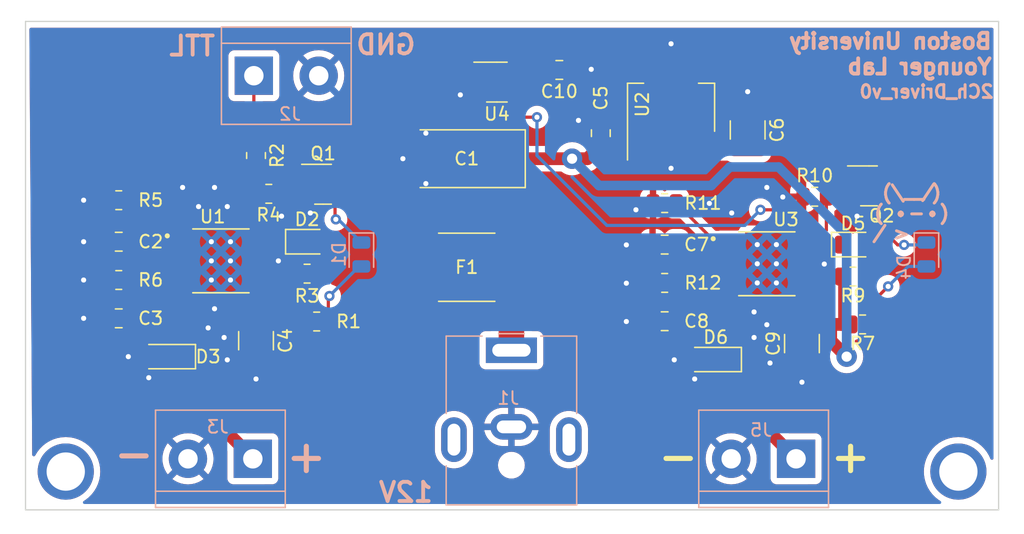
<source format=kicad_pcb>
(kicad_pcb (version 20221018) (generator pcbnew)
  (layers (0 "F.Cu" signal) (31 "B.Cu" signal) (34 "B.Paste" user) (35 "F.Paste" user) (36 "B.SilkS" user "B.Silkscreen") (37 "F.SilkS" user "F.Silkscreen") (38 "B.Mask" user) (39 "F.Mask" user) (44 "Edge.Cuts" user))
  (net 0 "")
  (net 1 "+12V")
  (net 2 "GND")
  (net 3 "/delay1")
  (net 4 "Net-(U1-BOOT)")
  (net 5 "+5V")
  (net 6 "/delay2")
  (net 7 "Net-(U3-BOOT)")
  (net 8 "Net-(D1-K)")
  (net 9 "Net-(D1-A)")
  (net 10 "/fault1")
  (net 11 "Net-(D2-A)")
  (net 12 "/out1")
  (net 13 "Net-(D4-K)")
  (net 14 "Net-(D4-A)")
  (net 15 "/fault2")
  (net 16 "Net-(D5-A)")
  (net 17 "/out2")
  (net 18 "/12V_IN")
  (net 19 "/in1")
  (net 20 "/in_term1")
  (net 21 "/in_term2")
  (net 22 "/duty1")
  (net 23 "/freq1")
  (net 24 "/duty2")
  (net 25 "/freq2")
  (footprint "MountingHole:MountingHole_2.2mm_M2_Pad" (layer "F.Cu") (at 182.25 115.25)
    (fp_text reference "H1" hide)
    (fp_text value "MountingHole")
    (pad "1" thru_hole circle (at 0 0) (size 4.4 4.4) (drill 3) (layers "*.Cu" "*.Mask"))
  )
  (footprint "Package_TO_SOT_SMD:SOT-223-3_TabPin2" (layer "F.Cu") (at 159.75 86.75 90)
    (fp_text reference "U2" (at 0.25 -2.25 90) (layer "F.SilkS"))
    (fp_text value "~")
    (pad "1" smd rect (at -3.15 -2.3 90) (size 2 1.5) (layers "F.Cu" "F.Paste" "F.Mask") (net 1 "+12V"))
    (pad "2" smd rect (at -3.15 0 90) (size 2 1.5) (layers "F.Cu" "F.Paste" "F.Mask") (net 2 "GND"))
    (pad "2" smd rect (at 3.15 0 90) (size 2 3.8) (layers "F.Cu" "F.Paste" "F.Mask") (net 2 "GND"))
    (pad "3" smd rect (at -3.15 2.3 90) (size 2 1.5) (layers "F.Cu" "F.Paste" "F.Mask") (net 5 "+5V"))
  )
  (footprint "Resistor_SMD:R_0805_2012Metric" (layer "F.Cu") (at 159.25 100.47675)
    (fp_text reference "R12" (at 3 0) (layer "F.SilkS"))
    (fp_text value "191k")
    (pad "1" smd roundrect (at -0.9125 0) (size 1.025 1.4) (layers "F.Cu" "F.Paste" "F.Mask") (roundrect_rratio 0.243902) (net 2 "GND"))
    (pad "2" smd roundrect (at 0.9125 0) (size 1.025 1.4) (layers "F.Cu" "F.Paste" "F.Mask") (roundrect_rratio 0.243902) (net 25 "/freq2"))
  )
  (footprint "Resistor_SMD:R_0805_2012Metric" (layer "F.Cu") (at 128.25 93.5 180)
    (fp_text reference "R4" (at 0 -1.65) (layer "F.SilkS"))
    (fp_text value "4k7")
    (pad "1" smd roundrect (at -0.9125 0 180) (size 1.025 1.4) (layers "F.Cu" "F.Paste" "F.Mask") (roundrect_rratio 0.243902) (net 2 "GND"))
    (pad "2" smd roundrect (at 0.9125 0 180) (size 1.025 1.4) (layers "F.Cu" "F.Paste" "F.Mask") (roundrect_rratio 0.243902) (net 20 "/in_term1"))
  )
  (footprint "Resistor_SMD:R_0805_2012Metric" (layer "F.Cu") (at 131.25 99.75)
    (fp_text reference "R3" (at 0 1.75) (layer "F.SilkS"))
    (fp_text value "4k7")
    (pad "1" smd roundrect (at -0.9125 0) (size 1.025 1.4) (layers "F.Cu" "F.Paste" "F.Mask") (roundrect_rratio 0.243902) (net 1 "+12V"))
    (pad "2" smd roundrect (at 0.9125 0) (size 1.025 1.4) (layers "F.Cu" "F.Paste" "F.Mask") (roundrect_rratio 0.243902) (net 11 "Net-(D2-A)"))
  )
  (footprint "Resistor_SMD:R_0805_2012Metric" (layer "F.Cu") (at 132 103.5)
    (fp_text reference "R1" (at 2.5 0) (layer "F.SilkS"))
    (fp_text value "1K")
    (pad "1" smd roundrect (at -0.9125 0) (size 1.025 1.4) (layers "F.Cu" "F.Paste" "F.Mask") (roundrect_rratio 0.243902) (net 1 "+12V"))
    (pad "2" smd roundrect (at 0.9125 0) (size 1.025 1.4) (layers "F.Cu" "F.Paste" "F.Mask") (roundrect_rratio 0.243902) (net 9 "Net-(D1-A)"))
  )
  (footprint "Solenoid_Driver:IC_TPS27S100BPWPR" (layer "F.Cu") (at 167.25 98.97675)
    (fp_text reference "U3" (at 1.5 -3.462) (layer "F.SilkS"))
    (fp_text value "DRV104PWP")
    (pad "1" smd rect (at -2.8 -1.95) (size 1.6 0.3) (layers "F.Cu" "F.Mask") (net 24 "/duty2"))
    (pad "2" smd rect (at -2.8 -1.3) (size 1.6 0.3) (layers "F.Cu" "F.Mask") (net 6 "/delay2"))
    (pad "3" smd rect (at -2.8 -0.65) (size 1.6 0.3) (layers "F.Cu" "F.Mask") (net 25 "/freq2"))
    (pad "4" smd rect (at -2.8 0) (size 1.6 0.3) (layers "F.Cu" "F.Mask"))
    (pad "5" smd rect (at -2.8 0.65) (size 1.6 0.3) (layers "F.Cu" "F.Mask") (net 7 "Net-(U3-BOOT)"))
    (pad "6" smd rect (at -2.8 1.3) (size 1.6 0.3) (layers "F.Cu" "F.Mask") (net 17 "/out2"))
    (pad "7" smd rect (at -2.8 1.95) (size 1.6 0.3) (layers "F.Cu" "F.Mask") (net 17 "/out2"))
    (pad "8" smd rect (at 2.8 1.95) (size 1.6 0.3) (layers "F.Cu" "F.Mask") (net 1 "+12V"))
    (pad "9" smd rect (at 2.8 1.3) (size 1.6 0.3) (layers "F.Cu" "F.Mask") (net 1 "+12V"))
    (pad "10" smd rect (at 2.8 0.65) (size 1.6 0.3) (layers "F.Cu" "F.Mask") (net 1 "+12V"))
    (pad "11" smd rect (at 2.8 0) (size 1.6 0.3) (layers "F.Cu" "F.Mask") (net 2 "GND"))
    (pad "12" smd rect (at 2.8 -0.65) (size 1.6 0.3) (layers "F.Cu" "F.Mask"))
    (pad "13" smd rect (at 2.8 -1.3) (size 1.6 0.3) (layers "F.Cu" "F.Mask") (net 15 "/fault2"))
    (pad "14" smd rect (at 2.8 -1.95) (size 1.6 0.3) (layers "F.Cu" "F.Mask") (net 21 "/in_term2"))
    (pad "15" smd rect (at 0 0) (size 3.4 5) (layers "F.Cu") (net 2 "GND"))
    (pad "16" thru_hole circle (at -0.75 -1.5) (size 0.8 0.8) (drill 0.4) (layers "*.Cu") (net 2 "GND"))
    (pad "17" thru_hole circle (at 0.75 -1.5) (size 0.8 0.8) (drill 0.4) (layers "*.Cu") (net 2 "GND"))
    (pad "18" thru_hole circle (at -0.75 0) (size 0.8 0.8) (drill 0.4) (layers "*.Cu" "*.Mask") (net 2 "GND"))
    (pad "19" thru_hole circle (at 0.75 0) (size 0.8 0.8) (drill 0.4) (layers "*.Cu" "*.Mask") (net 2 "GND"))
    (pad "20" thru_hole circle (at -0.75 1.5) (size 0.8 0.8) (drill 0.4) (layers "*.Cu") (net 2 "GND"))
    (pad "21" thru_hole circle (at 0.75 1.5) (size 0.8 0.8) (drill 0.4) (layers "*.Cu") (net 2 "GND"))
  )
  (footprint "LED_SMD:LED_0805_2012Metric" (layer "F.Cu") (at 131.25 97.25)
    (fp_text reference "D2" (at 0 -1.75) (layer "F.SilkS"))
    (fp_text value "LED")
    (pad "1" smd roundrect (at -0.9375 0) (size 0.975 1.4) (layers "F.Cu" "F.Paste" "F.Mask") (net 10 "/fault1"))
    (pad "2" smd roundrect (at 0.9375 0) (size 0.975 1.4) (layers "F.Cu" "F.Paste" "F.Mask") (net 11 "Net-(D2-A)"))
  )
  (footprint "Capacitor_SMD:C_0805_2012Metric" (layer "F.Cu") (at 159.25 103.47675)
    (fp_text reference "C8" (at 2.5 0) (layer "F.SilkS"))
    (fp_text value "470pF")
    (pad "1" smd roundrect (at -0.95 0) (size 1 1.45) (layers "F.Cu" "F.Paste" "F.Mask") (net 2 "GND"))
    (pad "2" smd roundrect (at 0.95 0) (size 1 1.45) (layers "F.Cu" "F.Paste" "F.Mask") (net 7 "Net-(U3-BOOT)"))
  )
  (footprint "Capacitor_SMD:C_1210_3225Metric" (layer "F.Cu") (at 165.75 88.5 -90)
    (fp_text reference "C6" (at 0 -2.3 90) (layer "F.SilkS"))
    (fp_text value "10uF")
    (pad "1" smd roundrect (at -1.475 0 270) (size 1.15 2.7) (layers "F.Cu" "F.Paste" "F.Mask") (roundrect_rratio 0.217391) (net 2 "GND"))
    (pad "2" smd roundrect (at 1.475 0 270) (size 1.15 2.7) (layers "F.Cu" "F.Paste" "F.Mask") (roundrect_rratio 0.217391) (net 5 "+5V"))
  )
  (footprint "Diode_SMD:Nexperia_CFP3_SOD-123W" (layer "F.Cu") (at 163 106.47675 180)
    (fp_text reference "D6" (at -0.25 1.75) (layer "F.SilkS"))
    (fp_text value "PMEG10010ELRX")
    (pad "1" smd rect (at -1.4 0 180) (size 1.2 1.2) (layers "F.Cu" "F.Paste" "F.Mask") (net 17 "/out2"))
    (pad "2" smd rect (at 1.4 0 180) (size 1.2 1.2) (layers "F.Cu" "F.Paste" "F.Mask") (net 2 "GND"))
  )
  (footprint "Resistor_SMD:R_0805_2012Metric" (layer "F.Cu") (at 174.75 103.72675)
    (fp_text reference "R7" (at 0 1.5) (layer "F.SilkS"))
    (fp_text value "1K")
    (pad "1" smd roundrect (at -0.9125 0) (size 1.025 1.4) (layers "F.Cu" "F.Paste" "F.Mask") (roundrect_rratio 0.243902) (net 1 "+12V"))
    (pad "2" smd roundrect (at 0.9125 0) (size 1.025 1.4) (layers "F.Cu" "F.Paste" "F.Mask") (roundrect_rratio 0.243902) (net 14 "Net-(D4-A)"))
  )
  (footprint "Diode_SMD:Nexperia_CFP3_SOD-123W" (layer "F.Cu") (at 120.25 106.25 180)
    (fp_text reference "D3" (at -3.25 0) (layer "F.SilkS"))
    (fp_text value "PMEG10010ELRX")
    (pad "1" smd rect (at -1.4 0 180) (size 1.2 1.2) (layers "F.Cu" "F.Paste" "F.Mask") (net 12 "/out1"))
    (pad "2" smd rect (at 1.4 0 180) (size 1.2 1.2) (layers "F.Cu" "F.Paste" "F.Mask") (net 2 "GND"))
  )
  (footprint "Capacitor_SMD:C_0805_2012Metric" (layer "F.Cu") (at 116.5 97.25)
    (fp_text reference "C2" (at 2.5 0) (layer "F.SilkS"))
    (fp_text value "0.18uF")
    (pad "1" smd roundrect (at -0.95 0) (size 1 1.45) (layers "F.Cu" "F.Paste" "F.Mask") (net 2 "GND"))
    (pad "2" smd roundrect (at 0.95 0) (size 1 1.45) (layers "F.Cu" "F.Paste" "F.Mask") (net 3 "/delay1"))
  )
  (footprint "Capacitor_Tantalum_SMD:CP_EIA-7343-43_Kemet-X_Pad2.25x2.55mm_HandSolder" (layer "F.Cu") (at 143.75 90.75 180)
    (fp_text reference "C1" (at 0 0) (layer "F.SilkS"))
    (fp_text value "47uF")
    (pad "1" smd roundrect (at -3.2 0 180) (size 2.25 2.55) (layers "F.Cu" "F.Paste" "F.Mask") (roundrect_rratio 0.111111) (net 1 "+12V"))
    (pad "2" smd roundrect (at 3.2 0 180) (size 2.25 2.55) (layers "F.Cu" "F.Paste" "F.Mask") (roundrect_rratio 0.111111) (net 2 "GND"))
  )
  (footprint "Resistor_SMD:R_0805_2012Metric" (layer "F.Cu") (at 127.25 90.5 -90)
    (fp_text reference "R2" (at 0 -1.65 90) (layer "F.SilkS"))
    (fp_text value "49R9")
    (pad "1" smd roundrect (at -0.9125 0 270) (size 1.025 1.4) (layers "F.Cu" "F.Paste" "F.Mask") (roundrect_rratio 0.243902) (net 19 "/in1"))
    (pad "2" smd roundrect (at 0.9125 0 270) (size 1.025 1.4) (layers "F.Cu" "F.Paste" "F.Mask") (roundrect_rratio 0.243902) (net 20 "/in_term1"))
  )
  (footprint "Resistor_SMD:R_0805_2012Metric" (layer "F.Cu") (at 174 99.97675)
    (fp_text reference "R9" (at 0 1.5) (layer "F.SilkS"))
    (fp_text value "4k7")
    (pad "1" smd roundrect (at -0.9125 0) (size 1.025 1.4) (layers "F.Cu" "F.Paste" "F.Mask") (roundrect_rratio 0.243902) (net 1 "+12V"))
    (pad "2" smd roundrect (at 0.9125 0) (size 1.025 1.4) (layers "F.Cu" "F.Paste" "F.Mask") (roundrect_rratio 0.243902) (net 16 "Net-(D5-A)"))
  )
  (footprint "Package_TO_SOT_SMD:SOT-23" (layer "F.Cu") (at 175.25 92.87675)
    (fp_text reference "Q2" (at 1 2.35) (layer "F.SilkS"))
    (fp_text value "2N7002E")
    (pad "1" smd roundrect (at -0.9375 -0.95) (size 1.475 0.6) (layers "F.Cu" "F.Paste" "F.Mask") (net 21 "/in_term2"))
    (pad "2" smd roundrect (at -0.9375 0.95) (size 1.475 0.6) (layers "F.Cu" "F.Paste" "F.Mask") (net 2 "GND"))
    (pad "3" smd roundrect (at 0.9375 0) (size 1.475 0.6) (layers "F.Cu" "F.Paste" "F.Mask") (net 13 "Net-(D4-K)"))
  )
  (footprint "Capacitor_SMD:C_1210_3225Metric" (layer "F.Cu") (at 170 105.22675 -90)
    (fp_text reference "C9" (at 0 2.25 90) (layer "F.SilkS"))
    (fp_text value "10uF")
    (pad "1" smd roundrect (at -1.475 0 270) (size 1.15 2.7) (layers "F.Cu" "F.Paste" "F.Mask") (roundrect_rratio 0.217391) (net 1 "+12V"))
    (pad "2" smd roundrect (at 1.475 0 270) (size 1.15 2.7) (layers "F.Cu" "F.Paste" "F.Mask") (roundrect_rratio 0.217391) (net 2 "GND"))
  )
  (footprint "Capacitor_SMD:C_0805_2012Metric" (layer "F.Cu") (at 154.25 88.75 -90)
    (fp_text reference "C5" (at -2.75 0 90) (layer "F.SilkS"))
    (fp_text value "0.1uF")
    (pad "1" smd roundrect (at -0.95 0 270) (size 1 1.45) (layers "F.Cu" "F.Paste" "F.Mask") (net 2 "GND"))
    (pad "2" smd roundrect (at 0.95 0 270) (size 1 1.45) (layers "F.Cu" "F.Paste" "F.Mask") (net 1 "+12V"))
  )
  (footprint "Resistor_SMD:R_0805_2012Metric" (layer "F.Cu") (at 171 93.72675)
    (fp_text reference "R10" (at 0 -1.65) (layer "F.SilkS"))
    (fp_text value "4k7")
    (pad "1" smd roundrect (at -0.9125 0) (size 1.025 1.4) (layers "F.Cu" "F.Paste" "F.Mask") (roundrect_rratio 0.243902) (net 2 "GND"))
    (pad "2" smd roundrect (at 0.9125 0) (size 1.025 1.4) (layers "F.Cu" "F.Paste" "F.Mask") (roundrect_rratio 0.243902) (net 21 "/in_term2"))
  )
  (footprint "Fuse:Fuse_2920_7451Metric" (layer "F.Cu") (at 143.75 99.25 180)
    (fp_text reference "F1" (at 0 0) (layer "F.SilkS"))
    (fp_text value "0ZCF0125FF2C")
    (pad "1" smd roundrect (at -3.3875 0 180) (size 1.925 5.45) (layers "F.Cu" "F.Paste" "F.Mask") (roundrect_rratio 0.12987) (net 18 "/12V_IN"))
    (pad "2" smd roundrect (at 3.3875 0 180) (size 1.925 5.45) (layers "F.Cu" "F.Paste" "F.Mask") (roundrect_rratio 0.12987) (net 1 "+12V"))
  )
  (footprint "Capacitor_SMD:C_0805_2012Metric" (layer "F.Cu") (at 116.5 103.25)
    (fp_text reference "C3" (at 2.5 0) (layer "F.SilkS"))
    (fp_text value "470pF")
    (pad "1" smd roundrect (at -0.95 0) (size 1 1.45) (layers "F.Cu" "F.Paste" "F.Mask") (net 2 "GND"))
    (pad "2" smd roundrect (at 0.95 0) (size 1 1.45) (layers "F.Cu" "F.Paste" "F.Mask") (net 4 "Net-(U1-BOOT)"))
  )
  (footprint "Package_TO_SOT_SMD:SOT-23" (layer "F.Cu") (at 132.5 92.75)
    (fp_text reference "Q1" (at 0 -2.4) (layer "F.SilkS"))
    (fp_text value "2N7002E")
    (pad "1" smd roundrect (at -0.9375 -0.95) (size 1.475 0.6) (layers "F.Cu" "F.Paste" "F.Mask") (net 20 "/in_term1"))
    (pad "2" smd roundrect (at -0.9375 0.95) (size 1.475 0.6) (layers "F.Cu" "F.Paste" "F.Mask") (net 2 "GND"))
    (pad "3" smd roundrect (at 0.9375 0) (size 1.475 0.6) (layers "F.Cu" "F.Paste" "F.Mask") (net 8 "Net-(D1-K)"))
  )
  (footprint "MountingHole:MountingHole_2.2mm_M2_Pad" (layer "F.Cu") (at 112.35 115.25)
    (fp_text reference "H2" hide)
    (fp_text value "MountingHole")
    (pad "1" thru_hole circle (at 0 0) (size 4.4 4.4) (drill 3) (layers "*.Cu" "*.Mask"))
  )
  (footprint "Capacitor_SMD:C_0805_2012Metric" (layer "F.Cu") (at 159.25 97.47675)
    (fp_text reference "C7" (at 2.5 0) (layer "F.SilkS"))
    (fp_text value "0.18uF")
    (pad "1" smd roundrect (at -0.95 0) (size 1 1.45) (layers "F.Cu" "F.Paste" "F.Mask") (net 2 "GND"))
    (pad "2" smd roundrect (at 0.95 0) (size 1 1.45) (layers "F.Cu" "F.Paste" "F.Mask") (net 6 "/delay2"))
  )
  (footprint "Package_TO_SOT_SMD:SOT-23-5" (layer "F.Cu") (at 146.1125 84.75)
    (fp_text reference "U4" (at 0 2.5) (layer "F.SilkS"))
    (fp_text value "~")
    (pad "1" smd roundrect (at -1.1375 -0.95) (size 1.325 0.6) (layers "F.Cu" "F.Paste" "F.Mask"))
    (pad "2" smd roundrect (at -1.1375 0) (size 1.325 0.6) (layers "F.Cu" "F.Paste" "F.Mask") (net 20 "/in_term1"))
    (pad "3" smd roundrect (at -1.1375 0.95) (size 1.325 0.6) (layers "F.Cu" "F.Paste" "F.Mask") (net 2 "GND"))
    (pad "4" smd roundrect (at 1.1375 0.95) (size 1.325 0.6) (layers "F.Cu" "F.Paste" "F.Mask") (net 21 "/in_term2"))
    (pad "5" smd roundrect (at 1.1375 -0.95) (size 1.325 0.6) (layers "F.Cu" "F.Paste" "F.Mask") (net 5 "+5V"))
  )
  (footprint "Solenoid_Driver:IC_TPS27S100BPWPR" (layer "F.Cu") (at 124.5 98.75)
    (fp_text reference "U1" (at -0.645 -3.462) (layer "F.SilkS"))
    (fp_text value "DRV104PWP")
    (pad "1" smd rect (at -2.8 -1.95) (size 1.6 0.3) (layers "F.Cu" "F.Mask") (net 22 "/duty1"))
    (pad "2" smd rect (at -2.8 -1.3) (size 1.6 0.3) (layers "F.Cu" "F.Mask") (net 3 "/delay1"))
    (pad "3" smd rect (at -2.8 -0.65) (size 1.6 0.3) (layers "F.Cu" "F.Mask") (net 23 "/freq1"))
    (pad "4" smd rect (at -2.8 0) (size 1.6 0.3) (layers "F.Cu" "F.Mask"))
    (pad "5" smd rect (at -2.8 0.65) (size 1.6 0.3) (layers "F.Cu" "F.Mask") (net 4 "Net-(U1-BOOT)"))
    (pad "6" smd rect (at -2.8 1.3) (size 1.6 0.3) (layers "F.Cu" "F.Mask") (net 12 "/out1"))
    (pad "7" smd rect (at -2.8 1.95) (size 1.6 0.3) (layers "F.Cu" "F.Mask") (net 12 "/out1"))
    (pad "8" smd rect (at 2.8 1.95) (size 1.6 0.3) (layers "F.Cu" "F.Mask") (net 1 "+12V"))
    (pad "9" smd rect (at 2.8 1.3) (size 1.6 0.3) (layers "F.Cu" "F.Mask") (net 1 "+12V"))
    (pad "10" smd rect (at 2.8 0.65) (size 1.6 0.3) (layers "F.Cu" "F.Mask") (net 1 "+12V"))
    (pad "11" smd rect (at 2.8 0) (size 1.6 0.3) (layers "F.Cu" "F.Mask") (net 2 "GND"))
    (pad "12" smd rect (at 2.8 -0.65) (size 1.6 0.3) (layers "F.Cu" "F.Mask"))
    (pad "13" smd rect (at 2.8 -1.3) (size 1.6 0.3) (layers "F.Cu" "F.Mask") (net 10 "/fault1"))
    (pad "14" smd rect (at 2.8 -1.95) (size 1.6 0.3) (layers "F.Cu" "F.Mask") (net 20 "/in_term1"))
    (pad "15" smd rect (at 0 0) (size 3.4 5) (layers "F.Cu") (net 2 "GND"))
    (pad "16" thru_hole circle (at -0.75 -1.5) (size 0.8 0.8) (drill 0.4) (layers "*.Cu") (net 2 "GND"))
    (pad "17" thru_hole circle (at 0.75 -1.5) (size 0.8 0.8) (drill 0.4) (layers "*.Cu") (net 2 "GND"))
    (pad "18" thru_hole circle (at -0.75 0) (size 0.8 0.8) (drill 0.4) (layers "*.Cu" "*.Mask") (net 2 "GND"))
    (pad "19" thru_hole circle (at 0.75 0) (size 0.8 0.8) (drill 0.4) (layers "*.Cu" "*.Mask") (net 2 "GND"))
    (pad "20" thru_hole circle (at -0.75 1.5) (size 0.8 0.8) (drill 0.4) (layers "*.Cu") (net 2 "GND"))
    (pad "21" thru_hole circle (at 0.75 1.5) (size 0.8 0.8) (drill 0.4) (layers "*.Cu") (net 2 "GND"))
  )
  (footprint "Resistor_SMD:R_0805_2012Metric" (layer "F.Cu") (at 159.25 94.22675)
    (fp_text reference "R11" (at 3 0) (layer "F.SilkS"))
    (fp_text value "162k")
    (pad "1" smd roundrect (at -0.9125 0) (size 1.025 1.4) (layers "F.Cu" "F.Paste" "F.Mask") (roundrect_rratio 0.243902) (net 2 "GND"))
    (pad "2" smd roundrect (at 0.9125 0) (size 1.025 1.4) (layers "F.Cu" "F.Paste" "F.Mask") (roundrect_rratio 0.243902) (net 24 "/duty2"))
  )
  (footprint "Resistor_SMD:R_0805_2012Metric" (layer "F.Cu") (at 116.5 100.25)
    (fp_text reference "R6" (at 2.5 0) (layer "F.SilkS"))
    (fp_text value "191k")
    (pad "1" smd roundrect (at -0.9125 0) (size 1.025 1.4) (layers "F.Cu" "F.Paste" "F.Mask") (roundrect_rratio 0.243902) (net 2 "GND"))
    (pad "2" smd roundrect (at 0.9125 0) (size 1.025 1.4) (layers "F.Cu" "F.Paste" "F.Mask") (roundrect_rratio 0.243902) (net 23 "/freq1"))
  )
  (footprint "Capacitor_SMD:C_0805_2012Metric" (layer "F.Cu") (at 151 83.8 180)
    (fp_text reference "C10" (at 0 -1.68) (layer "F.SilkS"))
    (fp_text value "0.1uF")
    (pad "1" smd roundrect (at -0.95 0 180) (size 1 1.45) (layers "F.Cu" "F.Paste" "F.Mask") (net 2 "GND"))
    (pad "2" smd roundrect (at 0.95 0 180) (size 1 1.45) (layers "F.Cu" "F.Paste" "F.Mask") (net 5 "+5V"))
  )
  (footprint "Resistor_SMD:R_0805_2012Metric" (layer "F.Cu") (at 116.5 94)
    (fp_text reference "R5" (at 2.5 0) (layer "F.SilkS"))
    (fp_text value "162k")
    (pad "1" smd roundrect (at -0.9125 0) (size 1.025 1.4) (layers "F.Cu" "F.Paste" "F.Mask") (roundrect_rratio 0.243902) (net 2 "GND"))
    (pad "2" smd roundrect (at 0.9125 0) (size 1.025 1.4) (layers "F.Cu" "F.Paste" "F.Mask") (roundrect_rratio 0.243902) (net 22 "/duty1"))
  )
  (footprint "Capacitor_SMD:C_1210_3225Metric" (layer "F.Cu") (at 127.25 105 -90)
    (fp_text reference "C4" (at 0 -2.3 90) (layer "F.SilkS"))
    (fp_text value "10uF")
    (pad "1" smd roundrect (at -1.475 0 270) (size 1.15 2.7) (layers "F.Cu" "F.Paste" "F.Mask") (roundrect_rratio 0.217391) (net 1 "+12V"))
    (pad "2" smd roundrect (at 1.475 0 270) (size 1.15 2.7) (layers "F.Cu" "F.Paste" "F.Mask") (roundrect_rratio 0.217391) (net 2 "GND"))
  )
  (footprint "LED_SMD:LED_0805_2012Metric" (layer "F.Cu") (at 174 97.47675)
    (fp_text reference "D5" (at 0 -1.65) (layer "F.SilkS"))
    (fp_text value "LED")
    (pad "1" smd roundrect (at -0.9375 0) (size 0.975 1.4) (layers "F.Cu" "F.Paste" "F.Mask") (net 15 "/fault2"))
    (pad "2" smd roundrect (at 0.9375 0) (size 0.975 1.4) (layers "F.Cu" "F.Paste" "F.Mask") (net 16 "Net-(D5-A)"))
  )
  (footprint "TerminalBlock:TerminalBlock_bornier-2_P5.08mm" (layer "B.Cu") (at 127 114.25 180)
    (fp_text reference "J3" (at 2.75 2.5) (layer "B.SilkS") (effects (justify mirror)))
    (fp_text value "Screw_Terminal_01x02")
    (pad "1" thru_hole rect (at 0 0 180) (size 3 3) (drill 1.52) (layers "*.Cu" "*.Mask") (net 12 "/out1"))
    (pad "2" thru_hole circle (at 5.08 0 180) (size 3 3) (drill 1.52) (layers "*.Cu" "*.Mask") (net 2 "GND"))
  )
  (footprint "TerminalBlock:TerminalBlock_bornier-2_P5.08mm" (layer "B.Cu") (at 127.08 84.25)
    (fp_text reference "J2" (at 2.83 3) (layer "B.SilkS") (effects (justify mirror)))
    (fp_text value "Screw_Terminal_01x02")
    (pad "1" thru_hole rect (at 0 0) (size 3 3) (drill 1.52) (layers "*.Cu" "*.Mask") (net 19 "/in1"))
    (pad "2" thru_hole circle (at 5.08 0) (size 3 3) (drill 1.52) (layers "*.Cu" "*.Mask") (net 2 "GND"))
  )
  (footprint "LED_SMD:LED_0805_2012Metric" (layer "B.Cu") (at 135.5 98.25 -90)
    (fp_text reference "D1" (at 0 1.75 90) (layer "B.SilkS") (effects (justify mirror)))
    (fp_text value "LED")
    (pad "1" smd roundrect (at -0.9375 0 270) (size 0.975 1.4) (layers "B.Cu" "B.Paste" "B.Mask") (net 8 "Net-(D1-K)"))
    (pad "2" smd roundrect (at 0.9375 0 270) (size 0.975 1.4) (layers "B.Cu" "B.Paste" "B.Mask") (net 9 "Net-(D1-A)"))
  )
  (footprint "TerminalBlock:TerminalBlock_bornier-2_P5.08mm" (layer "B.Cu") (at 169.54 114.25 180)
    (fp_text reference "J5" (at 2.75 2.25) (layer "B.SilkS") (effects (justify mirror)))
    (fp_text value "Screw_Terminal_01x02")
    (pad "1" thru_hole rect (at 0 0 180) (size 3 3) (drill 1.52) (layers "*.Cu" "*.Mask") (net 17 "/out2"))
    (pad "2" thru_hole circle (at 5.08 0 180) (size 3 3) (drill 1.52) (layers "*.Cu" "*.Mask") (net 2 "GND"))
  )
  (footprint "Connector_BarrelJack:BarrelJack_CUI_PJ-063AH_Horizontal" (layer "B.Cu") (at 147.25 105.75 180)
    (fp_text reference "J1" (at 0.25 -3.75) (layer "B.SilkS") (effects (justify mirror)))
    (fp_text value "Barrel_Jack")
    (pad "" np_thru_hole circle (at 0 -9 180) (size 1.6 1.6) (drill 1.6) (layers "*.Cu" "*.Mask"))
    (pad "1" thru_hole rect (at 0 0 180) (size 4 2) (drill oval 3 1) (layers "*.Cu" "*.Mask") (net 18 "/12V_IN"))
    (pad "2" thru_hole oval (at 0 -6 180) (size 3.3 2) (drill oval 2.3 1) (layers "*.Cu" "*.Mask") (net 2 "GND"))
    (pad "MP" thru_hole oval (at -4.5 -7 180) (size 2 3.5) (drill oval 1 2.5) (layers "*.Cu" "*.Mask"))
    (pad "MP" thru_hole oval (at 4.5 -7 180) (size 2 3.5) (drill oval 1 2.5) (layers "*.Cu" "*.Mask"))
  )
  (footprint "LED_SMD:LED_0805_2012Metric" (layer "B.Cu") (at 179.75 98.25 -90)
    (fp_text reference "D4" (at 1 1.75 90) (layer "B.SilkS") (effects (justify mirror)))
    (fp_text value "LED")
    (pad "1" smd roundrect (at -0.9375 0 270) (size 0.975 1.4) (layers "B.Cu" "B.Paste" "B.Mask") (net 13 "Net-(D4-K)"))
    (pad "2" smd roundrect (at 0.9375 0 270) (size 0.975 1.4) (layers "B.Cu" "B.Paste" "B.Mask") (net 14 "Net-(D4-A)"))
  )
  (gr_line (start 109.2 118.25) (end 185.4 118.25) (stroke (width 0.1)) (layer "Edge.Cuts"))
  (gr_line (start 185.4 80) (end 185.4 118.25) (stroke (width 0.1)) (layer "Edge.Cuts"))
  (gr_line (start 109.2 118.25) (end 109.2 80) (stroke (width 0.1)) (layer "Edge.Cuts"))
  (gr_line (start 109.2 80) (end 185.4 80) (stroke (width 0.1)) (layer "Edge.Cuts"))
  (gr_text "+" (at 133 115.5) (layer "B.SilkS") (effects (font (size 2.5 2.5) (thickness 0.4)) (justify left bottom mirror)))
  (gr_text "Younger Lab" (at 185 84.25) (layer "B.SilkS") (effects (font (size 1.2 1.2) (thickness 0.3) bold) (justify left bottom mirror)))
  (gr_text "2Ch_Driver_v0" (at 179.75 85.5) (layer "B.SilkS") (effects (font (size 1 1) (thickness 0.23) bold) (justify mirror)))
  (gr_text "-" (at 119.5 115.3) (layer "B.SilkS") (effects (font (size 2.5 2.5) (thickness 0.4)) (justify left bottom mirror)))
  (gr_text "TTL" (at 124.2 82.8) (layer "B.SilkS") (effects (font (size 1.5 1.5) (thickness 0.3) bold) (justify left bottom mirror)))
  (gr_text "Boston University" (at 185 82.25) (layer "B.SilkS") (effects (font (size 1.2 1.2) (thickness 0.3) bold) (justify left bottom mirror)))
  (gr_text "12V" (at 141.25 117.75) (layer "B.SilkS") (effects (font (size 1.5 1.5) (thickness 0.3) bold) (justify left bottom mirror)))
  (gr_text "     (\\__/)\n     (•-• )\n         < \\" (at 180.5 95) (layer "B.SilkS") (effects (font (size 1 1) (thickness 0.23)) (justify mirror)))
  (gr_text "GND" (at 139.9 82.7) (layer "B.SilkS") (effects (font (size 1.5 1.5) (thickness 0.3) bold) (justify left bottom mirror)))
  (gr_text "-" (at 158.5 115.5) (layer "F.SilkS") (effects (font (size 2.5 2.5) (thickness 0.4)) (justify left bottom)))
  (gr_text "+" (at 172 115.5) (layer "F.SilkS") (effects (font (size 2.5 2.5) (thickness 0.4)) (justify left bottom)))
  (segment (start 172.25 103.72675) (end 172.25 105) (width 1) (layer "F.Cu") (net 1))
  (segment (start 141.75 94.75) (end 146.25 94.75) (width 1) (layer "F.Cu") (net 1))
  (segment (start 173.8375 103.72675) (end 172.25 103.72675) (width 1) (layer "F.Cu") (net 1))
  (segment (start 127.325 103.5) (end 131.0875 103.5) (width 1) (layer "F.Cu") (net 1))
  (segment (start 146.95 94.05) (end 146.95 90.75) (width 1) (layer "F.Cu") (net 1))
  (segment (start 170.025 103.72675) (end 170 103.75175) (width 0.25) (layer "F.Cu") (net 1))
  (segment (start 172.25 103.72675) (end 170.025 103.72675) (width 1) (layer "F.Cu") (net 1))
  (segment (start 152 90.75) (end 153.2 90.75) (width 1) (layer "F.Cu") (net 1))
  (segment (start 173.8375 103.72675) (end 173.0875 103.72675) (width 1) (layer "F.Cu") (net 1))
  (segment (start 131.0875 105.8375) (end 131.0875 103.5) (width 1) (layer "F.Cu") (net 1))
  (segment (start 131.25 106) (end 131.0875 105.8375) (width 1) (layer "F.Cu") (net 1))
  (segment (start 127.3 103.475) (end 127.325 103.5) (width 0.25) (layer "F.Cu") (net 1))
  (segment (start 127.3 103.475) (end 127.3 99.5) (width 0.5) (layer "F.Cu") (net 1))
  (segment (start 157.25 89.7) (end 157.45 89.9) (width 1) (layer "F.Cu") (net 1))
  (segment (start 140.3625 99.25) (end 140.3625 96.1375) (width 1) (layer "F.Cu") (net 1))
  (segment (start 135.75 106) (end 131.25 106) (width 1) (layer "F.Cu") (net 1))
  (segment (start 170.025 103.72675) (end 170.05 103.70175) (width 0.25) (layer "F.Cu") (net 1))
  (segment (start 153.2 90.75) (end 154.25 89.7) (width 1) (layer "F.Cu") (net 1))
  (segment (start 146.95 90.75) (end 152 90.75) (width 1) (layer "F.Cu") (net 1))
  (segment (start 170.05 103.70175) (end 170.05 99.75) (width 0.5) (layer "F.Cu") (net 1))
  (segment (start 130.3375 99.75) (end 130.3375 103.5) (width 0.5) (layer "F.Cu") (net 1))
  (segment (start 140.3625 99.25) (end 140.3625 101.3875) (width 1) (layer "F.Cu") (net 1))
  (segment (start 127.25 103.525) (end 127.3 103.475) (width 0.25) (layer "F.Cu") (net 1))
  (segment (start 130.3375 103.5) (end 131.0875 103.5) (width 1) (layer "F.Cu") (net 1))
  (segment (start 140.3625 101.3875) (end 135.75 106) (width 1) (layer "F.Cu") (net 1))
  (segment (start 173.0875 103.72675) (end 173.0875 99.97675) (width 0.5) (layer "F.Cu") (net 1))
  (segment (start 140.3625 96.1375) (end 141.75 94.75) (width 1) (layer "F.Cu") (net 1))
  (segment (start 172.25 105) (end 173.5 106.25) (width 1) (layer "F.Cu") (net 1))
  (segment (start 154.25 89.7) (end 157.25 89.7) (width 1) (layer "F.Cu") (net 1))
  (segment (start 146.25 94.75) (end 146.95 94.05) (width 1) (layer "F.Cu") (net 1))
  (via (at 173.5 106.25) (size 1.6) (drill 0.8) (layers "F.Cu" "B.Cu") (net 1))
  (via (at 152 90.75) (size 1.6) (drill 0.8) (layers "F.Cu" "B.Cu") (net 1))
  (segment (start 173.5 96.722182) (end 173.5 106.25) (width 0.75) (layer "B.Cu") (net 1))
  (segment (start 168.177818 91.4) (end 173.5 96.722182) (width 0.75) (layer "B.Cu") (net 1))
  (segment (start 154.1 92.85) (end 162.9 92.85) (width 0.75) (layer "B.Cu") (net 1))
  (segment (start 162.9 92.85) (end 164.35 91.4) (width 0.75) (layer "B.Cu") (net 1))
  (segment (start 164.35 91.4) (end 168.177818 91.4) (width 0.75) (layer "B.Cu") (net 1))
  (segment (start 152 90.75) (end 154.1 92.85) (width 0.75) (layer "B.Cu") (net 1))
  (segment (start 156.27325 100.47675) (end 156.25 100.5) (width 0.25) (layer "F.Cu") (net 2))
  (segment (start 127.25 106.475) (end 125.025 106.475) (width 0.25) (layer "F.Cu") (net 2))
  (segment (start 115.5875 100.25) (end 113.75 100.25) (width 0.25) (layer "F.Cu") (net 2))
  (segment (start 156.27325 97.47675) (end 156.25 97.5) (width 0.25) (layer "F.Cu") (net 2))
  (segment (start 157 94.75) (end 157.52325 94.22675) (width 0.25) (layer "F.Cu") (net 2))
  (segment (start 151.95 83.8) (end 153.45 83.8) (width 0.25) (layer "F.Cu") (net 2))
  (segment (start 160.02325 106.47675) (end 161.6 106.47675) (width 0.25) (layer "F.Cu") (net 2))
  (segment (start 125.025 106.475) (end 125 106.5) (width 0.25) (layer "F.Cu") (net 2))
  (segment (start 140.55 90.75) (end 138.75 90.75) (width 0.25) (layer "F.Cu") (net 2))
  (segment (start 118.85 107.9) (end 118.85 106.25) (width 0.25) (layer "F.Cu") (net 2))
  (segment (start 157.52325 94.22675) (end 158.3375 94.22675) (width 0.25) (layer "F.Cu") (net 2))
  (segment (start 165.75 87.025) (end 165.75 85.5) (width 0.25) (layer "F.Cu") (net 2))
  (segment (start 131.5625 94.9375) (end 131.5 95) (width 0.25) (layer "F.Cu") (net 2))
  (segment (start 170 106.70175) (end 167.54825 106.70175) (width 0.25) (layer "F.Cu") (net 2))
  (segment (start 152.55 87.8) (end 152.5 87.75) (width 0.25) (layer "F.Cu") (net 2))
  (segment (start 127.3 98.75) (end 129 98.75) (width 0.25) (layer "F.Cu") (net 2))
  (segment (start 156.27325 103.47675) (end 156.25 103.5) (width 0.25) (layer "F.Cu") (net 2))
  (segment (start 174.3125 95.25) (end 174.3125 93.82675) (width 0.25) (layer "F.Cu") (net 2))
  (segment (start 158.3375 100.47675) (end 156.27325 100.47675) (width 0.25) (layer "F.Cu") (net 2))
  (segment (start 171.72675 98.97675) (end 171.75 99) (width 0.25) (layer "F.Cu") (net 2))
  (segment (start 115.5875 94) (end 113.75 94) (width 0.25) (layer "F.Cu") (net 2))
  (segment (start 159.75 83.6) (end 159.75 81.75) (width 0.25) (layer "F.Cu") (net 2))
  (segment (start 144.975 85.7) (end 143.3 85.7) (width 0.25) (layer "F.Cu") (net 2))
  (segment (start 170.05 98.97675) (end 171.72675 98.97675) (width 0.25) (layer "F.Cu") (net 2))
  (segment (start 159.75 89.9) (end 159.75 91.5) (width 0.25) (layer "F.Cu") (net 2))
  (segment (start 143.3 85.7) (end 143.25 85.75) (width 0.25) (layer "F.Cu") (net 2))
  (segment (start 118.85 106.25) (end 117.25 106.25) (width 0.25) (layer "F.Cu") (net 2))
  (segment (start 160 106.5) (end 160.02325 106.47675) (width 0.25) (layer "F.Cu") (net 2))
  (segment (start 158.3 103.47675) (end 156.27325 103.47675) (width 0.25) (layer "F.Cu") (net 2))
  (segment (start 131.5625 93.7) (end 131.5625 94.9375) (width 0.25) (layer "F.Cu") (net 2))
  (segment (start 168.52325 93.72675) (end 168.5 93.75) (width 0.25) (layer "F.Cu") (net 2))
  (segment (start 170.0875 93.72675) (end 168.52325 93.72675) (width 0.25) (layer "F.Cu") (net 2))
  (segment (start 154.25 87.8) (end 152.55 87.8) (width 0.25) (layer "F.Cu") (net 2))
  (segment (start 122 114.25) (end 121.65 113.9) (width 1) (layer "F.Cu") (net 2))
  (segment (start 140.55 92.7) (end 140.55 90.75) (width 0.25) (layer "F.Cu") (net 2))
  (segment (start 115.55 103.25) (end 113.75 103.25) (width 0.25) (layer "F.Cu") (net 2))
  (segment (start 115.55 97.25) (end 113.75 97.25) (width 0.25) (layer "F.Cu") (net 2))
  (segment (start 140.55 88.75) (end 140.55 90.75) (width 0.25) (layer "F.Cu") (net 2))
  (segment (start 161.6 108) (end 161.6 106.47675) (width 0.25) (layer "F.Cu") (net 2))
  (segment (start 167.54825 106.70175) (end 167.5 106.75) (width 0.25) (layer "F.Cu") (net 2))
  (segment (start 158.3 97.47675) (end 156.27325 97.47675) (width 0.25) (layer "F.Cu") (net 2))
  (segment (start 153.45 83.8) (end 153.5 83.75) (width 0.25) (layer "F.Cu") (net 2))
  (segment (start 170 106.70175) (end 170 108.25) (width 0.25) (layer "F.Cu") (net 2))
  (segment (start 129.1625 95.1625) (end 129.25 95.25) (width 0.25) (layer "F.Cu") (net 2))
  (segment (start 129.1625 93.5) (end 129.1625 95.1625) (width 0.25) (layer "F.Cu") (net 2))
  (segment (start 127.25 106.475) (end 127.25 108) (width 0.25) (layer "F.Cu") (net 2))
  (via (at 165.75 85.5) (size 0.8) (drill 0.4) (layers "F.Cu" "B.Cu") (net 2))
  (via (at 167.5 106.75) (size 0.8) (drill 0.4) (layers "F.Cu" "B.Cu") (net 2))
  (via (at 124 93) (size 0.8) (drill 0.4) (layers "F.Cu" "B.Cu") (net 2))
  (via (at 160 106.5) (size 0.8) (drill 0.4) (layers "F.Cu" "B.Cu") (net 2))
  (via (at 157 94.75) (size 0.8) (drill 0.4) (layers "F.Cu" "B.Cu") (net 2))
  (via (at 131.5 95) (size 0.8) (drill 0.4) (layers "F.Cu" "B.Cu") (net 2))
  (via (at 118.85 107.9) (size 0.8) (drill 0.4) (layers "F.Cu" "B.Cu") (net 2))
  (via (at 162.75 94.25) (size 0.8) (drill 0.4) (layers "F.Cu" "B.Cu") (net 2))
  (via (at 140.55 92.7) (size 0.8) (drill 0.4) (layers "F.Cu" "B.Cu") (net 2))
  (via (at 156.25 103.5) (size 0.8) (drill 0.4) (layers "F.Cu" "B.Cu") (net 2))
  (via (at 170 108.25) (size 0.8) (drill 0.4) (layers "F.Cu" "B.Cu") (net 2))
  (via (at 159.75 81.75) (size 0.8) (drill 0.4) (layers "F.Cu" "B.Cu") (net 2))
  (via (at 167.25 103.75) (size 0.8) (drill 0.4) (layers "F.Cu" "B.Cu") (net 2))
  (via (at 121.5 93) (size 0.8) (drill 0.4) (layers "F.Cu" "B.Cu") (net 2))
  (via (at 127.25 108) (size 0.8) (drill 0.4) (layers "F.Cu" "B.Cu") (net 2))
  (via (at 129 98.75) (size 0.8) (drill 0.4) (layers "F.Cu" "B.Cu") (net 2))
  (via (at 168.5 93.75) (size 0.8) (drill 0.4) (layers "F.Cu" "B.Cu") (net 2))
  (via (at 129.25 95.25) (size 0.8) (drill 0.4) (layers "F.Cu" "B.Cu") (net 2))
  (via (at 125 106.5) (size 0.8) (drill 0.4) (layers "F.Cu" "B.Cu") (net 2))
  (via (at 113.75 97.25) (size 0.8) (drill 0.4) (layers "F.Cu" "B.Cu") (net 2))
  (via (at 167.25 93) (size 0.8) (drill 0.4) (layers "F.Cu" "B.Cu") (net 2))
  (via (at 140.55 88.75) (size 0.8) (drill 0.4) (layers "F.Cu" "B.Cu") (net 2))
  (via (at 161.6 108) (size 0.8) (drill 0.4) (layers "F.Cu" "B.Cu") (net 2))
  (via (at 171.75 99) (size 0.8) (drill 0.4) (layers "F.Cu" "B.Cu") (net 2))
  (via (at 113.75 103.25) (size 0.8) (drill 0.4) (layers "F.Cu" "B.Cu") (net 2))
  (via (at 156.25 97.5) (size 0.8) (drill 0.4) (layers "F.Cu" "B.Cu") (net 2))
  (via (at 143.25 85.75) (size 0.8) (drill 0.4) (layers "F.Cu" "B.Cu") (net 2))
  (via (at 153.5 83.75) (size 0.8) (drill 0.4) (layers "F.Cu" "B.Cu") (net 2))
  (via (at 117.25 106.25) (size 0.8) (drill 0.4) (layers "F.Cu" "B.Cu") (net 2))
  (via (at 166.25 104.75) (size 0.8) (drill 0.4) (layers "F.Cu" "B.Cu") (net 2))
  (via (at 124 102.5) (size 0.8) (drill 0.4) (layers "F.Cu" "B.Cu") (net 2))
  (via (at 122.75 94.5) (size 0.8) (drill 0.4) (layers "F.Cu" "B.Cu") (net 2))
  (via (at 152.5 87.75) (size 0.8) (drill 0.4) (layers "F.Cu" "B.Cu") (net 2))
  (via (at 124.75 104.75) (size 0.8) (drill 0.4) (layers "F.Cu" "B.Cu") (net 2))
  (via (at 113.75 100.25) (size 0.8) (drill 0.4) (layers "F.Cu" "B.Cu") (net 2))
  (via (at 113.75 94) (size 0.8) (drill 0.4) (layers "F.Cu" "B.Cu") (net 2))
  (via (at 164.5 95) (size 0.8) (drill 0.4) (layers "F.Cu" "B.Cu") (net 2))
  (via (at 125 94.5) (size 0.8) (drill 0.4) (layers "F.Cu" "B.Cu") (net 2))
  (via (at 174.3125 95.25) (size 0.8) (drill 0.4) (layers "F.Cu" "B.Cu") (net 2))
  (via (at 159.75 91.5) (size 0.8) (drill 0.4) (layers "F.Cu" "B.Cu") (net 2))
  (via (at 123.5 104) (size 0.8) (drill 0.4) (layers "F.Cu" "B.Cu") (net 2))
  (via (at 138.75 90.75) (size 0.8) (drill 0.4) (layers "F.Cu" "B.Cu") (net 2))
  (via (at 166.25 102.75) (size 0.8) (drill 0.4) (layers "F.Cu" "B.Cu") (net 2))
  (via (at 156.25 100.5) (size 0.8) (drill 0.4) (layers "F.Cu" "B.Cu") (net 2))
  (segment (start 118.75 97.45) (end 121.7 97.45) (width 0.25) (layer "F.Cu") (net 3))
  (segment (start 117.45 97.25) (end 118.55 97.25) (width 0.25) (layer "F.Cu") (net 3))
  (segment (start 118.55 97.25) (end 118.75 97.45) (width 0.25) (layer "F.Cu") (net 3))
  (segment (start 118 103.25) (end 119.5 101.75) (width 0.25) (layer "F.Cu") (net 4))
  (segment (start 119.5 101.75) (end 119.5 99.75) (width 0.25) (layer "F.Cu") (net 4))
  (segment (start 117.45 103.25) (end 118 103.25) (width 0.25) (layer "F.Cu") (net 4))
  (segment (start 119.85 99.4) (end 121.7 99.4) (width 0.25) (layer "F.Cu") (net 4))
  (segment (start 119.5 99.75) (end 119.85 99.4) (width 0.25) (layer "F.Cu") (net 4))
  (segment (start 162.05 89.9) (end 165.575 89.9) (width 1) (layer "F.Cu") (net 5))
  (segment (start 151 86) (end 160.5 86) (width 1) (layer "F.Cu") (net 5))
  (segment (start 160.5 86) (end 162.05 87.55) (width 1) (layer "F.Cu") (net 5))
  (segment (start 150.05 83.8) (end 150.05 85.05) (width 0.5) (layer "F.Cu") (net 5))
  (segment (start 162.05 87.55) (end 162.05 89.9) (width 1) (layer "F.Cu") (net 5))
  (segment (start 147.25 83.8) (end 150.05 83.8) (width 0.5) (layer "F.Cu") (net 5))
  (segment (start 150.75 85.75) (end 151 86) (width 1) (layer "F.Cu") (net 5))
  (segment (start 165.575 89.9) (end 165.75 89.725) (width 0.25) (layer "F.Cu") (net 5))
  (segment (start 150.05 85.05) (end 150.75 85.75) (width 0.5) (layer "F.Cu") (net 5))
  (segment (start 161.67675 97.67675) (end 164.45 97.67675) (width 0.25) (layer "F.Cu") (net 6))
  (segment (start 161.47675 97.47675) (end 161.67675 97.67675) (width 0.25) (layer "F.Cu") (net 6))
  (segment (start 160.2 97.47675) (end 161.47675 97.47675) (width 0.25) (layer "F.Cu") (net 6))
  (segment (start 162.25 100.5) (end 163.12325 99.62675) (width 0.25) (layer "F.Cu") (net 7))
  (segment (start 163.12325 99.62675) (end 164.45 99.62675) (width 0.25) (layer "F.Cu") (net 7))
  (segment (start 160.2 103.47675) (end 162.25 101.42675) (width 0.25) (layer "F.Cu") (net 7))
  (segment (start 162.25 101.42675) (end 162.25 100.5) (width 0.25) (layer "F.Cu") (net 7))
  (segment (start 133.4375 95.4375) (end 133.5 95.5) (width 0.25) (layer "F.Cu") (net 8))
  (segment (start 133.4375 95.25) (end 133.4375 95.4375) (width 0.25) (layer "F.Cu") (net 8))
  (segment (start 133.4375 92.75) (end 133.4375 95.25) (width 0.25) (layer "F.Cu") (net 8))
  (via (at 133.5 95.5) (size 0.8) (drill 0.4) (layers "F.Cu" "B.Cu") (net 8))
  (segment (start 133.5 95.5) (end 133.6875 95.5) (width 0.25) (layer "B.Cu") (net 8))
  (segment (start 133.6875 95.5) (end 135.5 97.3125) (width 0.25) (layer "B.Cu") (net 8))
  (segment (start 132.9125 103.5) (end 132.9125 101.775) (width 0.25) (layer "F.Cu") (net 9))
  (segment (start 132.9125 101.775) (end 132.9125 101.5875) (width 0.25) (layer "F.Cu") (net 9))
  (segment (start 132.9125 101.5875) (end 133 101.5) (width 0.25) (layer "F.Cu") (net 9))
  (via (at 133 101.5) (size 0.8) (drill 0.4) (layers "F.Cu" "B.Cu") (net 9))
  (segment (start 135.3125 99.1875) (end 135.5 99.1875) (width 0.25) (layer "B.Cu") (net 9))
  (segment (start 133 101.5) (end 135.3125 99.1875) (width 0.25) (layer "B.Cu") (net 9))
  (segment (start 130.1125 97.45) (end 130.3125 97.25) (width 0.25) (layer "F.Cu") (net 10))
  (segment (start 127.3 97.45) (end 130.1125 97.45) (width 0.25) (layer "F.Cu") (net 10))
  (segment (start 132.1875 99.725) (end 132.1625 99.75) (width 0.25) (layer "F.Cu") (net 11))
  (segment (start 132.1875 97.25) (end 132.1875 99.725) (width 0.25) (layer "F.Cu") (net 11))
  (segment (start 121.7 100.7) (end 121.7 101.7) (width 0.5) (layer "F.Cu") (net 12))
  (segment (start 121.65 106.25) (end 121.65 101.75) (width 1) (layer "F.Cu") (net 12))
  (segment (start 121.7 101.7) (end 121.65 101.75) (width 0.25) (layer "F.Cu") (net 12))
  (segment (start 121.65 106.25) (end 121.65 108.85) (width 1) (layer "F.Cu") (net 12))
  (segment (start 121.65 108.85) (end 127.1 114.3) (width 1) (layer "F.Cu") (net 12))
  (segment (start 121.7 100.25) (end 121.7 100.8) (width 0.5) (layer "F.Cu") (net 12))
  (segment (start 176.1875 96.1875) (end 176.1875 92.87675) (width 0.25) (layer "F.Cu") (net 13))
  (segment (start 178 97.5) (end 177.5 97.5) (width 0.25) (layer "F.Cu") (net 13))
  (segment (start 177.5 97.5) (end 176.1875 96.1875) (width 0.25) (layer "F.Cu") (net 13))
  (via (at 178 97.5) (size 0.8) (drill 0.4) (layers "F.Cu" "B.Cu") (net 13))
  (segment (start 179.5625 97.5) (end 179.75 97.3125) (width 0.25) (layer "B.Cu") (net 13))
  (segment (start 178 97.5) (end 179.5625 97.5) (width 0.25) (layer "B.Cu") (net 13))
  (segment (start 175.6625 103.72675) (end 175.6625 102.25175) (width 0.25) (layer "F.Cu") (net 14))
  (segment (start 175.6625 101.8375) (end 176.75 100.75) (width 0.25) (layer "F.Cu") (net 14))
  (segment (start 175.6625 102.25175) (end 175.6625 101.8375) (width 0.25) (layer "F.Cu") (net 14))
  (via (at 176.75 100.75) (size 0.8) (drill 0.4) (layers "F.Cu" "B.Cu") (net 14))
  (segment (start 176.75 100.75) (end 178.3125 99.1875) (width 0.25) (layer "B.Cu") (net 14))
  (segment (start 178.3125 99.1875) (end 179.75 99.1875) (width 0.25) (layer "B.Cu") (net 14))
  (segment (start 172.8625 97.67675) (end 170.05 97.67675) (width 0.25) (layer "F.Cu") (net 15))
  (segment (start 173.0625 97.47675) (end 172.8625 97.67675) (width 0.25) (layer "F.Cu") (net 15))
  (segment (start 174.9375 97.47675) (end 174.9375 99.95175) (width 0.25) (layer "F.Cu") (net 16))
  (segment (start 174.9375 99.95175) (end 174.9125 99.97675) (width 0.25) (layer "F.Cu") (net 16))
  (segment (start 164.4 100.97675) (end 164.45 100.92675) (width 0.25) (layer "F.Cu") (net 17))
  (segment (start 164.4 106.47675) (end 164.4 101.75) (width 1) (layer "F.Cu") (net 17))
  (segment (start 164.4 101.75) (end 164.4 100.97675) (width 0.5) (layer "F.Cu") (net 17))
  (segment (start 164.45 100.92675) (end 164.45 100.5) (width 0.5) (layer "F.Cu") (net 17))
  (segment (start 164.5 106.57675) (end 164.4 106.47675) (width 0.25) (layer "F.Cu") (net 17))
  (segment (start 164.4 106.47675) (end 164.4 109.11) (width 1) (layer "F.Cu") (net 17))
  (segment (start 164.4 109.11) (end 169.54 114.25) (width 1) (layer "F.Cu") (net 17))
  (segment (start 147.1375 99.25) (end 147.25 99.3625) (width 0.25) (layer "F.Cu") (net 18))
  (segment (start 147.25 99.3625) (end 147.25 105.75) (width 2) (layer "F.Cu") (net 18))
  (segment (start 127.08 89.4175) (end 127.25 89.5875) (width 0.25) (layer "F.Cu") (net 19))
  (segment (start 127.08 84.25) (end 127.08 89.4175) (width 0.25) (layer "F.Cu") (net 19))
  (segment (start 127.5875 91.75) (end 130.8375 91.75) (width 0.25) (layer "F.Cu") (net 20))
  (segment (start 127.25 91.4125) (end 127.25 93.4125) (width 0.25) (layer "F.Cu") (net 20))
  (segment (start 127.25 93.4125) (end 127.3375 93.5) (width 0.25) (layer "F.Cu") (net 20))
  (segment (start 131.5625 88.6875) (end 131.5625 91.8) (width 0.25) (layer "F.Cu") (net 20))
  (segment (start 144.975 84.75) (end 135.5 84.75) (width 0.25) (layer "F.Cu") (net 20))
  (segment (start 127.25 91.4125) (end 127.5875 91.75) (width 0.25) (layer "F.Cu") (net 20))
  (segment (start 127.3 93.5375) (end 127.3 96.8) (width 0.25) (layer "F.Cu") (net 20))
  (segment (start 127.3375 93.5) (end 127.3 93.5375) (width 0.25) (layer "F.Cu") (net 20))
  (segment (start 135.5 84.75) (end 131.5625 88.6875) (width 0.25) (layer "F.Cu") (net 20))
  (segment (start 147.25 87) (end 147.25 85.7) (width 0.25) (layer "F.Cu") (net 21))
  (segment (start 171.9125 96.3375) (end 171.9125 93.72675) (width 0.25) (layer "F.Cu") (net 21))
  (segment (start 147.75 87.5) (end 147.25 87) (width 0.25) (layer "F.Cu") (net 21))
  (segment (start 171.22325 97.02675) (end 171.9125 96.3375) (width 0.25) (layer "F.Cu") (net 21))
  (segment (start 170.05 97.02675) (end 171.22325 97.02675) (width 0.25) (layer "F.Cu") (net 21))
  (segment (start 171.9125 93.72675) (end 173.7125 91.92675) (width 0.25) (layer "F.Cu") (net 21))
  (segment (start 170.05 97.02675) (end 167.77325 94.75) (width 0.25) (layer "F.Cu") (net 21))
  (segment (start 173.7125 91.92675) (end 174.3125 91.92675) (width 0.25) (layer "F.Cu") (net 21))
  (segment (start 149.25 87.5) (end 147.75 87.5) (width 0.25) (layer "F.Cu") (net 21))
  (segment (start 167.77325 94.75) (end 166.75 94.75) (width 0.25) (layer "F.Cu") (net 21))
  (via (at 149.25 87.5) (size 0.8) (drill 0.4) (layers "F.Cu" "B.Cu") (net 21))
  (via (at 166.75 94.75) (size 0.8) (drill 0.4) (layers "F.Cu" "B.Cu") (net 21))
  (segment (start 165.525 95.975) (end 154.725 95.975) (width 0.25) (layer "B.Cu") (net 21))
  (segment (start 154.725 95.975) (end 149.25 90.5) (width 0.25) (layer "B.Cu") (net 21))
  (segment (start 149.25 90.5) (end 149.25 87.5) (width 0.25) (layer "B.Cu") (net 21))
  (segment (start 166.75 94.75) (end 165.525 95.975) (width 0.25) (layer "B.Cu") (net 21))
  (segment (start 120.2125 96.8) (end 121.7 96.8) (width 0.25) (layer "F.Cu") (net 22))
  (segment (start 117.4125 94) (end 120.2125 96.8) (width 0.25) (layer "F.Cu") (net 22))
  (segment (start 119.4 98.1) (end 121.7 98.1) (width 0.25) (layer "F.Cu") (net 23))
  (segment (start 117.4125 100.0875) (end 119.4 98.1) (width 0.25) (layer "F.Cu") (net 23))
  (segment (start 117.4125 100.25) (end 117.4125 100.0875) (width 0.25) (layer "F.Cu") (net 23))
  (segment (start 160.1625 94.22675) (end 162.9625 97.02675) (width 0.25) (layer "F.Cu") (net 24))
  (segment (start 162.9625 97.02675) (end 164.45 97.02675) (width 0.25) (layer "F.Cu") (net 24))
  (segment (start 162.42325 98.32675) (end 164.45 98.32675) (width 0.25) (layer "F.Cu") (net 25))
  (segment (start 160.1625 100.47675) (end 160.27325 100.47675) (width 0.25) (layer "F.Cu") (net 25))
  (segment (start 160.27325 100.47675) (end 162.42325 98.32675) (width 0.25) (layer "F.Cu") (net 25))
  (zone (net 2) (net_name "GND") (layer "F.Cu") (connect_pads (clearance 0.5)) (min_thickness 0.25) (fill yes (thermal_gap 0.5) (thermal_bridge_width 0.5))
    (polygon (pts (xy 109.75 117.75) (xy 109.5 80.5) (xy 185 80.5) (xy 185 117.75)))
  )
  (zone (net 2) (net_name "GND") (layer "B.Cu") (connect_pads (clearance 0.5)) (min_thickness 0.25) (fill yes (thermal_gap 0.5) (thermal_bridge_width 0.5))
    (polygon (pts (xy 109.75 117.79) (xy 109.5 80.5) (xy 185 80.5) (xy 185 117.79)))
  )
)
</source>
